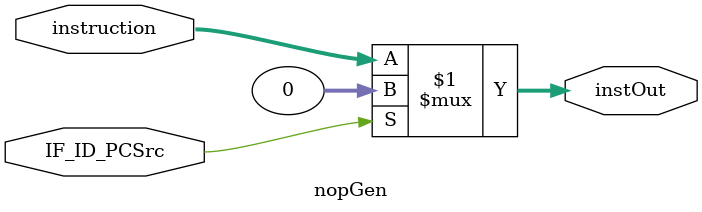
<source format=v>
module nopGen(
input IF_ID_PCSrc,
input [31:0] instruction,
output [31:0] instOut
);

assign instOut = IF_ID_PCSrc ? (32'd0) : instruction;

endmodule
</source>
